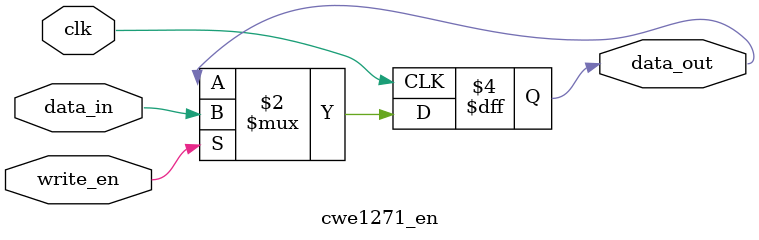
<source format=v>

module cwe1271_en (
    input  wire        clk,
    input  wire        data_in,
    input  wire        write_en,
    output reg         data_out
);

always @(posedge clk) begin
    if (write_en) begin
        data_out <= data_in;
    end
end

endmodule
</source>
